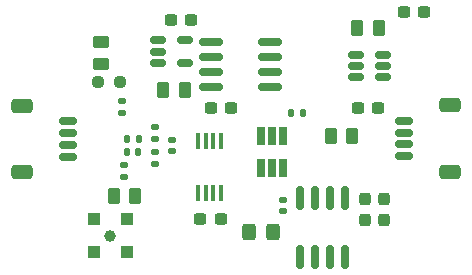
<source format=gbr>
%TF.GenerationSoftware,KiCad,Pcbnew,7.0.9*%
%TF.CreationDate,2024-10-15T17:03:29-06:00*%
%TF.ProjectId,howland,686f776c-616e-4642-9e6b-696361645f70,rev?*%
%TF.SameCoordinates,Original*%
%TF.FileFunction,Paste,Top*%
%TF.FilePolarity,Positive*%
%FSLAX46Y46*%
G04 Gerber Fmt 4.6, Leading zero omitted, Abs format (unit mm)*
G04 Created by KiCad (PCBNEW 7.0.9) date 2024-10-15 17:03:29*
%MOMM*%
%LPD*%
G01*
G04 APERTURE LIST*
G04 Aperture macros list*
%AMRoundRect*
0 Rectangle with rounded corners*
0 $1 Rounding radius*
0 $2 $3 $4 $5 $6 $7 $8 $9 X,Y pos of 4 corners*
0 Add a 4 corners polygon primitive as box body*
4,1,4,$2,$3,$4,$5,$6,$7,$8,$9,$2,$3,0*
0 Add four circle primitives for the rounded corners*
1,1,$1+$1,$2,$3*
1,1,$1+$1,$4,$5*
1,1,$1+$1,$6,$7*
1,1,$1+$1,$8,$9*
0 Add four rect primitives between the rounded corners*
20,1,$1+$1,$2,$3,$4,$5,0*
20,1,$1+$1,$4,$5,$6,$7,0*
20,1,$1+$1,$6,$7,$8,$9,0*
20,1,$1+$1,$8,$9,$2,$3,0*%
G04 Aperture macros list end*
%ADD10RoundRect,0.147500X0.147500X0.172500X-0.147500X0.172500X-0.147500X-0.172500X0.147500X-0.172500X0*%
%ADD11RoundRect,0.250000X0.325000X0.450000X-0.325000X0.450000X-0.325000X-0.450000X0.325000X-0.450000X0*%
%ADD12RoundRect,0.147500X-0.172500X0.147500X-0.172500X-0.147500X0.172500X-0.147500X0.172500X0.147500X0*%
%ADD13RoundRect,0.147500X-0.147500X-0.172500X0.147500X-0.172500X0.147500X0.172500X-0.147500X0.172500X0*%
%ADD14RoundRect,0.150000X-0.625000X0.150000X-0.625000X-0.150000X0.625000X-0.150000X0.625000X0.150000X0*%
%ADD15RoundRect,0.250000X-0.650000X0.350000X-0.650000X-0.350000X0.650000X-0.350000X0.650000X0.350000X0*%
%ADD16RoundRect,0.237500X0.237500X-0.287500X0.237500X0.287500X-0.237500X0.287500X-0.237500X-0.287500X0*%
%ADD17RoundRect,0.150000X0.625000X-0.150000X0.625000X0.150000X-0.625000X0.150000X-0.625000X-0.150000X0*%
%ADD18RoundRect,0.250000X0.650000X-0.350000X0.650000X0.350000X-0.650000X0.350000X-0.650000X-0.350000X0*%
%ADD19R,0.450000X1.450000*%
%ADD20RoundRect,0.150000X-0.512500X-0.150000X0.512500X-0.150000X0.512500X0.150000X-0.512500X0.150000X0*%
%ADD21RoundRect,0.150000X0.512500X0.150000X-0.512500X0.150000X-0.512500X-0.150000X0.512500X-0.150000X0*%
%ADD22RoundRect,0.135000X-0.185000X0.135000X-0.185000X-0.135000X0.185000X-0.135000X0.185000X0.135000X0*%
%ADD23C,1.000000*%
%ADD24R,1.000000X1.000000*%
%ADD25R,0.650000X1.560000*%
%ADD26RoundRect,0.140000X0.170000X-0.140000X0.170000X0.140000X-0.170000X0.140000X-0.170000X-0.140000X0*%
%ADD27RoundRect,0.237500X0.250000X0.237500X-0.250000X0.237500X-0.250000X-0.237500X0.250000X-0.237500X0*%
%ADD28RoundRect,0.150000X0.150000X-0.825000X0.150000X0.825000X-0.150000X0.825000X-0.150000X-0.825000X0*%
%ADD29RoundRect,0.250000X-0.262500X-0.450000X0.262500X-0.450000X0.262500X0.450000X-0.262500X0.450000X0*%
%ADD30RoundRect,0.150000X0.825000X0.150000X-0.825000X0.150000X-0.825000X-0.150000X0.825000X-0.150000X0*%
%ADD31RoundRect,0.237500X-0.300000X-0.237500X0.300000X-0.237500X0.300000X0.237500X-0.300000X0.237500X0*%
%ADD32RoundRect,0.250000X0.262500X0.450000X-0.262500X0.450000X-0.262500X-0.450000X0.262500X-0.450000X0*%
%ADD33RoundRect,0.250000X-0.450000X0.262500X-0.450000X-0.262500X0.450000X-0.262500X0.450000X0.262500X0*%
%ADD34RoundRect,0.237500X0.300000X0.237500X-0.300000X0.237500X-0.300000X-0.237500X0.300000X-0.237500X0*%
G04 APERTURE END LIST*
D10*
%TO.C,R5*%
X111250000Y-90550000D03*
X110280000Y-90550000D03*
%TD*%
%TO.C,R6*%
X111235000Y-91650000D03*
X110265000Y-91650000D03*
%TD*%
D11*
%TO.C,L1*%
X122660000Y-98450000D03*
X120610000Y-98450000D03*
%TD*%
D12*
%TO.C,C2*%
X112650000Y-89565000D03*
X112650000Y-90535000D03*
%TD*%
%TO.C,C3*%
X112650000Y-91650000D03*
X112650000Y-92620000D03*
%TD*%
%TO.C,C4*%
X114050000Y-90590000D03*
X114050000Y-91560000D03*
%TD*%
D13*
%TO.C,C5*%
X124165000Y-88350000D03*
X125135000Y-88350000D03*
%TD*%
D14*
%TO.C,J1*%
X105250000Y-89050000D03*
X105250000Y-90050000D03*
X105250000Y-91050000D03*
X105250000Y-92050000D03*
D15*
X101375000Y-87750000D03*
X101375000Y-93350000D03*
%TD*%
D16*
%TO.C,R1*%
X132050000Y-97375000D03*
X132050000Y-95625000D03*
%TD*%
%TO.C,R2*%
X130400000Y-97375000D03*
X130400000Y-95625000D03*
%TD*%
D17*
%TO.C,J2*%
X133750000Y-92000000D03*
X133750000Y-91000000D03*
X133750000Y-90000000D03*
X133750000Y-89000000D03*
D18*
X137625000Y-93300000D03*
X137625000Y-87700000D03*
%TD*%
D19*
%TO.C,U3*%
X118225000Y-90750000D03*
X117575000Y-90750000D03*
X116925000Y-90750000D03*
X116275000Y-90750000D03*
X116275000Y-95150000D03*
X116925000Y-95150000D03*
X117575000Y-95150000D03*
X118225000Y-95150000D03*
%TD*%
D20*
%TO.C,U6*%
X112912500Y-82200000D03*
X112912500Y-83150000D03*
X112912500Y-84100000D03*
X115187500Y-84100000D03*
X115187500Y-82200000D03*
%TD*%
D21*
%TO.C,U4*%
X131977500Y-85300000D03*
X131977500Y-84350000D03*
X131977500Y-83400000D03*
X129702500Y-83400000D03*
X129702500Y-84350000D03*
X129702500Y-85300000D03*
%TD*%
D22*
%TO.C,R3*%
X109850000Y-87340000D03*
X109850000Y-88360000D03*
%TD*%
D23*
%TO.C,J4*%
X108850000Y-98750000D03*
D24*
X110250000Y-97350000D03*
X107450000Y-97350000D03*
X110250000Y-100150000D03*
X107450000Y-100150000D03*
%TD*%
D25*
%TO.C,U2*%
X121600000Y-93000000D03*
X122550000Y-93000000D03*
X123500000Y-93000000D03*
X123500000Y-90300000D03*
X122550000Y-90300000D03*
X121600000Y-90300000D03*
%TD*%
D26*
%TO.C,C1*%
X123450000Y-96630000D03*
X123450000Y-95670000D03*
%TD*%
D27*
%TO.C,R12*%
X109662500Y-85750000D03*
X107837500Y-85750000D03*
%TD*%
D28*
%TO.C,U1*%
X124945000Y-100525000D03*
X126215000Y-100525000D03*
X127485000Y-100525000D03*
X128755000Y-100525000D03*
X128755000Y-95575000D03*
X127485000Y-95575000D03*
X126215000Y-95575000D03*
X124945000Y-95575000D03*
%TD*%
D29*
%TO.C,R8*%
X129747500Y-81170000D03*
X131572500Y-81170000D03*
%TD*%
D30*
%TO.C,U5*%
X122365000Y-86145000D03*
X122365000Y-84875000D03*
X122365000Y-83605000D03*
X122365000Y-82335000D03*
X117415000Y-82335000D03*
X117415000Y-83605000D03*
X117415000Y-84875000D03*
X117415000Y-86145000D03*
%TD*%
D31*
%TO.C,C8*%
X117387500Y-87950000D03*
X119112500Y-87950000D03*
%TD*%
D32*
%TO.C,R11*%
X110962500Y-95350000D03*
X109137500Y-95350000D03*
%TD*%
D33*
%TO.C,R10*%
X108050000Y-82337500D03*
X108050000Y-84162500D03*
%TD*%
D32*
%TO.C,R7*%
X129362500Y-90250000D03*
X127537500Y-90250000D03*
%TD*%
%TO.C,R9*%
X115162500Y-86350000D03*
X113337500Y-86350000D03*
%TD*%
D22*
%TO.C,R4*%
X110050000Y-92740000D03*
X110050000Y-93760000D03*
%TD*%
D34*
%TO.C,C6*%
X118212500Y-97350000D03*
X116487500Y-97350000D03*
%TD*%
D31*
%TO.C,C10*%
X129812500Y-87955000D03*
X131537500Y-87955000D03*
%TD*%
%TO.C,C9*%
X113987500Y-80450000D03*
X115712500Y-80450000D03*
%TD*%
D34*
%TO.C,C7*%
X135462500Y-79800000D03*
X133737500Y-79800000D03*
%TD*%
M02*

</source>
